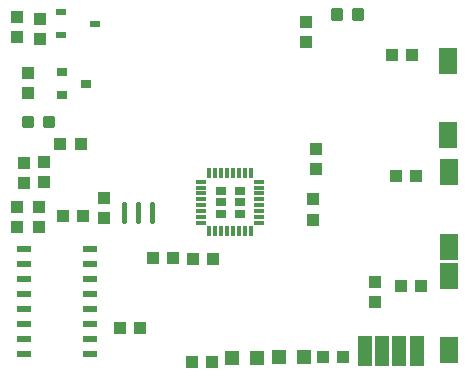
<source format=gbr>
G04 EAGLE Gerber RS-274X export*
G75*
%MOMM*%
%FSLAX34Y34*%
%LPD*%
%INSolderpaste Top*%
%IPPOS*%
%AMOC8*
5,1,8,0,0,1.08239X$1,22.5*%
G01*
%ADD10R,1.000000X1.100000*%
%ADD11R,1.100000X1.000000*%
%ADD12C,0.300000*%
%ADD13R,0.900000X0.600000*%
%ADD14R,1.200000X1.200000*%
%ADD15R,1.270000X2.540000*%
%ADD16R,0.900000X0.800000*%
%ADD17R,1.600000X2.300000*%
%ADD18R,0.812800X0.304800*%
%ADD19R,0.304800X0.812800*%
%ADD20R,0.952500X0.635000*%
%ADD21R,1.200000X0.600000*%
%ADD22C,0.450000*%


D10*
X266000Y140600D03*
X266000Y157600D03*
D11*
X119500Y48500D03*
X102500Y48500D03*
D10*
X318500Y70400D03*
X318500Y87400D03*
D11*
X70700Y143500D03*
X53700Y143500D03*
D10*
X34800Y293700D03*
X34800Y310700D03*
X15200Y311900D03*
X15200Y294900D03*
D12*
X38670Y226700D02*
X38670Y219700D01*
X38670Y226700D02*
X45670Y226700D01*
X45670Y219700D01*
X38670Y219700D01*
X38670Y222550D02*
X45670Y222550D01*
X45670Y225400D02*
X38670Y225400D01*
X21130Y226700D02*
X21130Y219700D01*
X21130Y226700D02*
X28130Y226700D01*
X28130Y219700D01*
X21130Y219700D01*
X21130Y222550D02*
X28130Y222550D01*
X28130Y225400D02*
X21130Y225400D01*
X289630Y310700D02*
X289630Y317700D01*
X289630Y310700D02*
X282630Y310700D01*
X282630Y317700D01*
X289630Y317700D01*
X289630Y313550D02*
X282630Y313550D01*
X282630Y316400D02*
X289630Y316400D01*
X307170Y317700D02*
X307170Y310700D01*
X300170Y310700D01*
X300170Y317700D01*
X307170Y317700D01*
X307170Y313550D02*
X300170Y313550D01*
X300170Y316400D02*
X307170Y316400D01*
D13*
X52800Y316000D03*
X52800Y297000D03*
X80800Y306500D03*
D14*
X258200Y24100D03*
X237200Y24100D03*
X197300Y23600D03*
X218300Y23600D03*
D15*
X338800Y29700D03*
X324200Y29700D03*
X309600Y29700D03*
X353500Y29700D03*
D16*
X52900Y265100D03*
X52900Y246100D03*
X73900Y255600D03*
D10*
X88500Y142000D03*
X88500Y159000D03*
D11*
X332400Y279600D03*
X349400Y279600D03*
X340300Y84600D03*
X357300Y84600D03*
X336200Y177100D03*
X353200Y177100D03*
X274500Y24100D03*
X291500Y24100D03*
X180600Y19900D03*
X163600Y19900D03*
X130300Y107700D03*
X147300Y107700D03*
D10*
X33500Y134400D03*
X33500Y151400D03*
D11*
X180800Y107300D03*
X163800Y107300D03*
X68900Y204800D03*
X51900Y204800D03*
D10*
X259800Y290500D03*
X259800Y307500D03*
X37800Y172400D03*
X37800Y189400D03*
X21300Y171800D03*
X21300Y188800D03*
X15400Y134100D03*
X15400Y151100D03*
X267900Y183500D03*
X267900Y200500D03*
X24600Y264500D03*
X24600Y247500D03*
D17*
X379700Y275100D03*
X379700Y212100D03*
X380700Y92800D03*
X380700Y29800D03*
X380700Y180700D03*
X380700Y117700D03*
D18*
X170962Y172726D03*
X170962Y167646D03*
X170962Y162820D03*
X170962Y157740D03*
X170962Y152660D03*
X170962Y147580D03*
X170962Y142754D03*
X170962Y137674D03*
D19*
X178074Y130562D03*
X183154Y130562D03*
X187980Y130562D03*
X193060Y130562D03*
X198140Y130562D03*
X203220Y130562D03*
X208046Y130562D03*
X213126Y130562D03*
D18*
X220238Y137674D03*
X220238Y142754D03*
X220238Y147580D03*
X220238Y152660D03*
X220238Y157740D03*
X220238Y162820D03*
X220238Y167646D03*
X220238Y172726D03*
D19*
X213126Y179838D03*
X208046Y179838D03*
X203220Y179838D03*
X198140Y179838D03*
X193060Y179838D03*
X187980Y179838D03*
X183154Y179838D03*
X178074Y179838D03*
D20*
X187663Y164725D03*
X203538Y164725D03*
X187663Y145675D03*
X203538Y145675D03*
X187663Y155200D03*
X203538Y155200D03*
D21*
X77100Y26750D03*
X77100Y39450D03*
X77100Y52150D03*
X77100Y64850D03*
X77100Y77550D03*
X77100Y90250D03*
X77100Y102950D03*
X77100Y115650D03*
X21100Y115650D03*
X21100Y102950D03*
X21100Y90250D03*
X21100Y77550D03*
X21100Y64850D03*
X21100Y52150D03*
X21100Y39450D03*
X21100Y26750D03*
D22*
X105600Y139225D02*
X105600Y153775D01*
X117600Y153775D02*
X117600Y139225D01*
X129600Y139225D02*
X129600Y153775D01*
M02*

</source>
